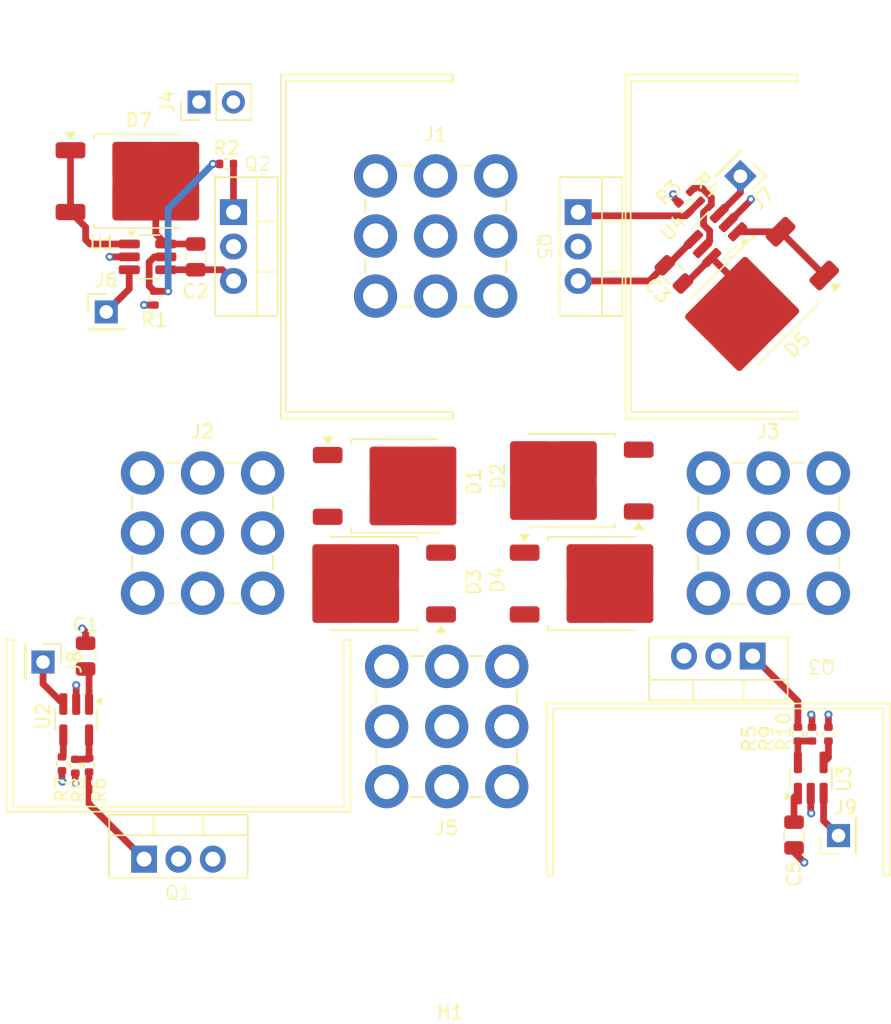
<source format=kicad_pcb>
(kicad_pcb (version 20240108) (generator "pcbnew") (generator_version "8.0")
  (layers (0 "F.Cu" signal) (31 "B.Cu" signal) (34 "B.Paste" user) (35 "F.Paste" user) (36 "B.SilkS" user "B.Silkscreen") (37 "F.SilkS" user "F.Silkscreen") (38 "B.Mask" user) (39 "F.Mask" user) (44 "Edge.Cuts" user))
  (net 0 "")
  (net 1 "/DBUS")
  (net 2 "/Motor0")
  (net 3 "/Motor1")
  (net 4 "/G1")
  (net 5 "/G2")
  (net 6 "/G3")
  (net 7 "/G4")
  (net 8 "GND")
  (net 9 "/Vdrive")
  (net 10 "Net-(D7-K)")
  (net 11 "Net-(D5-K)")
  (net 12 "/SBUS")
  (net 13 "Net-(Q1-G)")
  (net 14 "Net-(Q2-G)")
  (net 15 "Net-(Q3-G)")
  (net 16 "Net-(Q5-G)")
  (net 17 "Net-(U1-HO)")
  (net 18 "Net-(U4-HO)")
  (net 19 "Net-(U3-OUT)")
  (net 20 "Net-(U2-OUT)")
  (net 21 "Net-(U2-IN-)")
  (net 22 "Net-(U3-IN-)")
  (footprint "Library:TO-220-3-HeatSinked" (layer "F.Cu") (at 175.006 110.04)
    (property "Reference" "Q1" (at 0 2.95 0) (layer "F.SilkS") (effects (font (thickness 0.1))))
    (property "Value" "Q_NMOS_GDS")
    (pad "1" thru_hole rect (at -2.54 0.45) (size 1.905 2) (drill 1.1) (layers "*.Cu" "*.Mask") (net 13 "Net-(Q1-G)"))
    (pad "2" thru_hole oval (at 0 0.45) (size 1.905 2) (drill 1.1) (layers "*.Cu" "*.Mask") (net 2 "/Motor0"))
    (pad "3" thru_hole oval (at 2.54 0.45) (size 1.905 2) (drill 1.1) (layers "*.Cu" "*.Mask") (net 12 "/SBUS"))
  )
  (footprint "Library:TO-220-3-HeatSinked" (layer "F.Cu") (at 204.978 65.278 -90)
    (property "Reference" "Q5" (at 0 2.95 -90) (layer "F.SilkS") (effects (font (thickness 0.1))))
    (property "Value" "Q_NMOS_GDS")
    (pad "1" thru_hole rect (at -2.54 0.45 270) (size 1.905 2) (drill 1.1) (layers "*.Cu" "*.Mask") (net 16 "Net-(Q5-G)"))
    (pad "2" thru_hole oval (at 0 0.45 270) (size 1.905 2) (drill 1.1) (layers "*.Cu" "*.Mask") (net 1 "/DBUS"))
    (pad "3" thru_hole oval (at 2.54 0.45 270) (size 1.905 2) (drill 1.1) (layers "*.Cu" "*.Mask") (net 3 "/Motor1"))
  )
  (footprint "Resistor_SMD:R_0402_1005Metric" (layer "F.Cu") (at 178.560001 59.182)
    (property "Reference" "R2" (at 0 -1.17 360) (layer "F.SilkS"))
    (property "Value" "33")
    (pad "1" smd roundrect (at -0.509999 0) (size 0.54 0.64) (layers "F.Cu" "F.Paste" "F.Mask") (net 17 "Net-(U1-HO)"))
    (pad "2" smd roundrect (at 0.509999 0) (size 0.54 0.64) (layers "F.Cu" "F.Paste" "F.Mask") (net 14 "Net-(Q2-G)"))
  )
  (footprint "TerminalBlock_Wuerth:Wuerth_REDCUBE-THR_WP-THRSH_74651194_THR" (layer "F.Cu") (at 194.818 100.701001 180)
    (property "Reference" "J5" (at 0 -7.5 360) (layer "F.SilkS"))
    (property "Value" "Conn_01x01_Socket")
    (pad "1" thru_hole circle (at -4.435001 0 180) (size 3.2 3.2) (drill 1.85) (layers "*.Cu" "*.Mask") (net 12 "/SBUS"))
    (pad "1" thru_hole circle (at -4.435 -4.435 180) (size 3.2 3.2) (drill 1.85) (layers "*.Cu" "*.Mask") (net 12 "/SBUS"))
    (pad "1" thru_hole circle (at -4.435 4.435 180) (size 3.2 3.2) (drill 1.85) (layers "*.Cu" "*.Mask") (net 12 "/SBUS"))
    (pad "1" thru_hole circle (at 0 -4.435001 180) (size 3.2 3.2) (drill 1.85) (layers "*.Cu" "*.Mask") (net 12 "/SBUS"))
    (pad "1" thru_hole circle (at 0 0 180) (size 3.2 3.2) (drill 1.85) (layers "*.Cu" "*.Mask") (net 12 "/SBUS"))
    (pad "1" thru_hole circle (at 0 4.435001 180) (size 3.2 3.2) (drill 1.85) (layers "*.Cu" "*.Mask") (net 12 "/SBUS"))
    (pad "1" thru_hole circle (at 4.435 -4.435 180) (size 3.2 3.2) (drill 1.85) (layers "*.Cu" "*.Mask") (net 12 "/SBUS"))
    (pad "1" thru_hole circle (at 4.435 4.435 180) (size 3.2 3.2) (drill 1.85) (layers "*.Cu" "*.Mask") (net 12 "/SBUS"))
    (pad "1" thru_hole circle (at 4.435001 0 180) (size 3.2 3.2) (drill 1.85) (layers "*.Cu" "*.Mask") (net 12 "/SBUS"))
  )
  (footprint "Library:TO-252-2_SBR20M150D1Q" (layer "F.Cu") (at 189.36 90.151 180)
    (property "Reference" "D3" (at -7.465 0.125 90) (layer "F.SilkS"))
    (property "Value" "D_AAK")
    (pad "1" smd roundrect (at -5.04 -2.28 180) (size 2.2 1.2) (layers "F.Cu" "F.Paste" "F.Mask") (roundrect_rratio 0.208333) (net 12 "/SBUS"))
    (pad "2" smd roundrect (at -5.04 2.28 180) (size 2.2 1.2) (layers "F.Cu" "F.Paste" "F.Mask") (roundrect_rratio 0.208333) (net 12 "/SBUS"))
    (pad "3" smd roundrect (at -0.415 -1.525 180) (size 3.05 2.75) (layers "F.Cu" "F.Paste") (roundrect_rratio 0.090909) (net 2 "/Motor0"))
    (pad "3" smd roundrect (at -0.415 1.525 180) (size 3.05 2.75) (layers "F.Cu" "F.Paste") (roundrect_rratio 0.090909) (net 2 "/Motor0"))
    (pad "3" smd roundrect (at 1.26 0 180) (size 6.4 5.8) (layers "F.Cu" "F.Mask") (roundrect_rratio 0.043103) (net 2 "/Motor0"))
    (pad "3" smd roundrect (at 2.935 -1.525 180) (size 3.05 2.75) (layers "F.Cu" "F.Paste") (roundrect_rratio 0.090909) (net 2 "/Motor0"))
    (pad "3" smd roundrect (at 2.935 1.525 180) (size 3.05 2.75) (layers "F.Cu" "F.Paste") (roundrect_rratio 0.090909) (net 2 "/Motor0"))
  )
  (footprint "Resistor_SMD:R_0402_1005Metric" (layer "F.Cu") (at 173.228 69.086001 -90)
    (property "Reference" "R1" (at 1.6 0 360) (layer "F.SilkS"))
    (property "Value" "100k")
    (pad "1" smd roundrect (at -0.509999 0 270) (size 0.54 0.64) (layers "F.Cu" "F.Paste" "F.Mask") (net 17 "Net-(U1-HO)"))
    (pad "2" smd roundrect (at 0.509999 0 270) (size 0.54 0.64) (layers "F.Cu" "F.Paste" "F.Mask") (net 8 "GND"))
  )
  (footprint "TerminalBlock_Wuerth:Wuerth_REDCUBE-THR_WP-THRSH_74651194_THR" (layer "F.Cu") (at 218.577 86.431)
    (property "Reference" "J3" (at 0 -7.5 0) (layer "F.SilkS"))
    (property "Value" "Conn_01x01_Socket")
    (pad "1" thru_hole circle (at -4.435 -4.435) (size 3.2 3.2) (drill 1.85) (layers "*.Cu" "*.Mask") (net 3 "/Motor1"))
    (pad "1" thru_hole circle (at -4.435 0) (size 3.2 3.2) (drill 1.85) (layers "*.Cu" "*.Mask") (net 3 "/Motor1"))
    (pad "1" thru_hole circle (at -4.435 4.435) (size 3.2 3.2) (drill 1.85) (layers "*.Cu" "*.Mask") (net 3 "/Motor1"))
    (pad "1" thru_hole circle (at 0 -4.435) (size 3.2 3.2) (drill 1.85) (layers "*.Cu" "*.Mask") (net 3 "/Motor1"))
    (pad "1" thru_hole circle (at 0 0) (size 3.2 3.2) (drill 1.85) (layers "*.Cu" "*.Mask") (net 3 "/Motor1"))
    (pad "1" thru_hole circle (at 0 4.435) (size 3.2 3.2) (drill 1.85) (layers "*.Cu" "*.Mask") (net 3 "/Motor1"))
    (pad "1" thru_hole circle (at 4.435 -4.435) (size 3.2 3.2) (drill 1.85) (layers "*.Cu" "*.Mask") (net 3 "/Motor1"))
    (pad "1" thru_hole circle (at 4.435 0) (size 3.2 3.2) (drill 1.85) (layers "*.Cu" "*.Mask") (net 3 "/Motor1"))
    (pad "1" thru_hole circle (at 4.435 4.435) (size 3.2 3.2) (drill 1.85) (layers "*.Cu" "*.Mask") (net 3 "/Motor1"))
  )
  (footprint "Connector_PinHeader_2.54mm:PinHeader_1x01_P2.54mm_Vertical" (layer "F.Cu") (at 223.758 108.754 90)
    (property "Reference" "J9" (at 2.074 0.524 180) (layer "F.SilkS"))
    (property "Value" "Conn_01x01_Socket")
    (pad "1" thru_hole rect (at 0 0 90) (size 1.7 1.7) (drill 1) (layers "*.Cu" "*.Mask") (net 7 "/G4"))
  )
  (footprint "Connector_PinHeader_2.54mm:PinHeader_1x01_P2.54mm_Vertical" (layer "F.Cu") (at 216.511462 60.083737 -135)
    (property "Reference" "J7" (at 0 -2.33 45) (layer "F.SilkS"))
    (property "Value" "Conn_01x01_Socket")
    (pad "1" thru_hole rect (at 0 0 225) (size 1.7 1.7) (drill 1) (layers "*.Cu" "*.Mask") (net 5 "/G2"))
  )
  (footprint "Library:TO-252-2_SBR20M150D1Q" (layer "F.Cu") (at 205.615 90.151)
    (property "Reference" "D4" (at -7.04 -0.28 90) (layer "F.SilkS"))
    (property "Value" "D_AAK")
    (pad "1" smd roundrect (at -5.04 -2.28) (size 2.2 1.2) (layers "F.Cu" "F.Paste" "F.Mask") (roundrect_rratio 0.208333) (net 12 "/SBUS"))
    (pad "2" smd roundrect (at -5.04 2.28) (size 2.2 1.2) (layers "F.Cu" "F.Paste" "F.Mask") (roundrect_rratio 0.208333) (net 12 "/SBUS"))
    (pad "3" smd roundrect (at -0.415 -1.525) (size 3.05 2.75) (layers "F.Cu" "F.Paste") (roundrect_rratio 0.090909) (net 3 "/Motor1"))
    (pad "3" smd roundrect (at -0.415 1.525) (size 3.05 2.75) (layers "F.Cu" "F.Paste") (roundrect_rratio 0.090909) (net 3 "/Motor1"))
    (pad "3" smd roundrect (at 1.26 0) (size 6.4 5.8) (layers "F.Cu" "F.Mask") (roundrect_rratio 0.043103) (net 3 "/Motor1"))
    (pad "3" smd roundrect (at 2.935 -1.525) (size 3.05 2.75) (layers "F.Cu" "F.Paste") (roundrect_rratio 0.090909) (net 3 "/Motor1"))
    (pad "3" smd roundrect (at 2.935 1.525) (size 3.05 2.75) (layers "F.Cu" "F.Paste") (roundrect_rratio 0.090909) (net 3 "/Motor1"))
  )
  (footprint "Package_TO_SOT_SMD:SOT-23-6_Handsoldering" (layer "F.Cu") (at 214.672983 64.467799 -135)
    (property "Reference" "U4" (at 1.8 2.6 45) (layer "F.SilkS"))
    (property "Value" "~")
    (pad "1" smd roundrect (at -1.35 -0.95 225) (size 1.56 0.65) (layers "F.Cu" "F.Paste" "F.Mask") (net 9 "/Vdrive"))
    (pad "2" smd roundrect (at -1.35 0 225) (size 1.56 0.65) (layers "F.Cu" "F.Paste" "F.Mask") (net 8 "GND"))
    (pad "3" smd roundrect (at -1.35 0.95 225) (size 1.56 0.65) (layers "F.Cu" "F.Paste" "F.Mask") (net 5 "/G2"))
    (pad "4" smd roundrect (at 1.35 0.95 225) (size 1.56 0.65) (layers "F.Cu" "F.Paste" "F.Mask") (net 3 "/Motor1"))
    (pad "5" smd roundrect (at 1.35 0 225) (size 1.56 0.65) (layers "F.Cu" "F.Paste" "F.Mask") (net 18 "Net-(U4-HO)"))
    (pad "6" smd roundrect (at 1.35 -0.95 225) (size 1.56 0.65) (layers "F.Cu" "F.Paste" "F.Mask") (net 11 "Net-(D5-K)"))
  )
  (footprint "Library:TO-220-3-HeatSinked" (layer "F.Cu") (at 179.52 65.278 -90)
    (property "Reference" "Q2" (at -6.096 -1.328 0) (layer "F.SilkS") (effects (font (thickness 0.1))))
    (property "Value" "Q_NMOS_GDS")
    (pad "1" thru_hole rect (at -2.54 0.45 270) (size 1.905 2) (drill 1.1) (layers "*.Cu" "*.Mask") (net 14 "Net-(Q2-G)"))
    (pad "2" thru_hole oval (at 0 0.45 270) (size 1.905 2) (drill 1.1) (layers "*.Cu" "*.Mask") (net 1 "/DBUS"))
    (pad "3" thru_hole oval (at 2.54 0.45 270) (size 1.905 2) (drill 1.1) (layers "*.Cu" "*.Mask") (net 2 "/Motor0"))
  )
  (footprint "Resistor_SMD:R_0402_1005Metric" (layer "F.Cu") (at 213.190182 61.570784 -45)
    (property "Reference" "R4" (at 0 -1.17 135) (layer "F.SilkS"))
    (property "Value" "33")
    (pad "1" smd roundrect (at -0.509999 0 315) (size 0.54 0.64) (layers "F.Cu" "F.Paste" "F.Mask") (net 18 "Net-(U4-HO)"))
    (pad "2" smd roundrect (at 0.509999 0 315) (size 0.54 0.64) (layers "F.Cu" "F.Paste" "F.Mask") (net 16 "Net-(Q5-G)"))
  )
  (footprint "Resistor_SMD:R_0402_1005Metric" (layer "F.Cu") (at 223.012 101.263999 90)
    (property "Reference" "R10" (at 0.171999 -3.302 90) (layer "F.SilkS"))
    (property "Value" "100k")
    (pad "1" smd roundrect (at -0.509999 0 90) (size 0.54 0.64) (layers "F.Cu" "F.Paste" "F.Mask") (net 22 "Net-(U3-IN-)"))
    (pad "2" smd roundrect (at 0.509999 0 90) (size 0.54 0.64) (layers "F.Cu" "F.Paste" "F.Mask") (net 8 "GND"))
  )
  (footprint "Package_TO_SOT_SMD:SC-74A-5_1.55x2.9mm_P0.95mm" (layer "F.Cu") (at 167.452 100.196 -90)
    (property "Reference" "U2" (at -0.25 2.45 90) (layer "F.SilkS"))
    (property "Value" "~")
    (pad "1" smd roundrect (at -1.15 -0.95 270) (size 1.6 0.6) (layers "F.Cu" "F.Paste" "F.Mask") (net 9 "/Vdrive"))
    (pad "2" smd roundrect (at -1.15 0 270) (size 1.6 0.6) (layers "F.Cu" "F.Paste" "F.Mask") (net 8 "GND"))
    (pad "3" smd roundrect (at -1.15 0.95 270) (size 1.6 0.6) (layers "F.Cu" "F.Paste" "F.Mask") (net 6 "/G3"))
    (pad "4" smd roundrect (at 1.15 0.95 270) (size 1.6 0.6) (layers "F.Cu" "F.Paste" "F.Mask") (net 21 "Net-(U2-IN-)"))
    (pad "5" smd roundrect (at 1.15 -0.95 270) (size 1.6 0.6) (layers "F.Cu" "F.Paste" "F.Mask") (net 20 "Net-(U2-OUT)"))
  )
  (footprint "Library:TO-252-2_SBR20M150D1Q" (layer "F.Cu") (at 203.96 82.551 180)
    (property "Reference" "D2" (at 5.36 0.32 90) (layer "F.SilkS"))
    (property "Value" "D_AAK")
    (pad "1" smd roundrect (at -5.04 -2.28 180) (size 2.2 1.2) (layers "F.Cu" "F.Paste" "F.Mask") (roundrect_rratio 0.208333) (net 3 "/Motor1"))
    (pad "2" smd roundrect (at -5.04 2.28 180) (size 2.2 1.2) (layers "F.Cu" "F.Paste" "F.Mask") (roundrect_rratio 0.208333) (net 3 "/Motor1"))
    (pad "3" smd roundrect (at -0.415 -1.525 180) (size 3.05 2.75) (layers "F.Cu" "F.Paste") (roundrect_rratio 0.090909) (net 1 "/DBUS"))
    (pad "3" smd roundrect (at -0.415 1.525 180) (size 3.05 2.75) (layers "F.Cu" "F.Paste") (roundrect_rratio 0.090909) (net 1 "/DBUS"))
    (pad "3" smd roundrect (at 1.26 0 180) (size 6.4 5.8) (layers "F.Cu" "F.Mask") (roundrect_rratio 0.043103) (net 1 "/DBUS"))
    (pad "3" smd roundrect (at 2.935 -1.525 180) (size 3.05 2.75) (layers "F.Cu" "F.Paste") (roundrect_rratio 0.090909) (net 1 "/DBUS"))
    (pad "3" smd roundrect (at 2.935 1.525 180) (size 3.05 2.75) (layers "F.Cu" "F.Paste") (roundrect_rratio 0.090909) (net 1 "/DBUS"))
  )
  (footprint "Capacitor_SMD:C_0805_2012Metric" (layer "F.Cu") (at 176.276 66.04 -90)
    (property "Reference" "C2" (at 2.54 0 180) (layer "F.SilkS"))
    (property "Value" "C")
    (pad "1" smd roundrect (at -0.949999 0 270) (size 1 1.45) (layers "F.Cu" "F.Paste" "F.Mask") (net 10 "Net-(D7-K)"))
    (pad "2" smd roundrect (at 0.949999 0 270) (size 1 1.45) (layers "F.Cu" "F.Paste" "F.Mask") (net 2 "/Motor0"))
  )
  (footprint "MountingHole:MountingHole_3.2mm_M3" (layer "F.Cu") (at 195.072 117.602 180)
    (property "Reference" "H1" (at 0 -4.199999 360) (layer "F.SilkS"))
    (property "Value" "MountingHole")
    (pad "" np_thru_hole circle (at 0 0 180) (size 3.2 3.2) (drill 3.2) (layers "*.Cu" "*.Mask"))
  )
  (footprint "Resistor_SMD:R_0402_1005Metric" (layer "F.Cu") (at 167.386 103.632 -90)
    (property "Reference" "R8" (at 1.778 -0.254 90) (layer "F.SilkS"))
    (property "Value" "100k")
    (pad "1" smd roundrect (at -0.509999 0 270) (size 0.54 0.64) (layers "F.Cu" "F.Paste" "F.Mask") (net 20 "Net-(U2-OUT)"))
    (pad "2" smd roundrect (at 0.509999 0 270) (size 0.54 0.64) (layers "F.Cu" "F.Paste" "F.Mask") (net 8 "GND"))
  )
  (footprint "Connector_PinHeader_2.54mm:PinHeader_1x02_P2.54mm_Vertical" (layer "F.Cu") (at 176.525 54.61 90)
    (property "Reference" "J4" (at 0 -2.33 90) (layer "F.SilkS"))
    (property "Value" "Conn_01x02_Socket")
    (pad "1" thru_hole rect (at 0 0 90) (size 1.7 1.7) (drill 1) (layers "*.Cu" "*.Mask") (net 9 "/Vdrive"))
    (pad "2" thru_hole oval (at 0 2.54 90) (size 1.7 1.7) (drill 1) (layers "*.Cu" "*.Mask") (net 8 "GND"))
  )
  (footprint "Library:TO-252-2_SBR20M150D1Q" (layer "F.Cu") (at 217.529696 69.360979 -135)
    (property "Reference" "D5" (at 0 -4.500001 45) (layer "F.SilkS"))
    (property "Value" "D_AAK")
    (pad "1" smd roundrect (at -5.04 -2.28 225) (size 2.2 1.2) (layers "F.Cu" "F.Paste" "F.Mask") (roundrect_rratio 0.208333) (net 9 "/Vdrive"))
    (pad "2" smd roundrect (at -5.04 2.28 225) (size 2.2 1.2) (layers "F.Cu" "F.Paste" "F.Mask") (roundrect_rratio 0.208333) (net 9 "/Vdrive"))
    (pad "3" smd roundrect (at -0.415 -1.525 225) (size 3.05 2.75) (layers "F.Cu" "F.Paste") (roundrect_rratio 0.090909) (net 11 "Net-(D5-K)"))
    (pad "3" smd roundrect (at -0.415 1.525 225) (size 3.05 2.75) (layers "F.Cu" "F.Paste") (roundrect_rratio 0.090909) (net 11 "Net-(D5-K)"))
    (pad "3" smd roundrect (at 1.260001 0 225) (size 6.4 5.8) (layers "F.Cu" "F.Mask") (roundrect_rratio 0.043103) (net 11 "Net-(D5-K)"))
    (pad "3" smd roundrect (at 2.935 -1.525 225) (size 3.05 2.75) (layers "F.Cu" "F.Paste") (roundrect_rratio 0.090909) (net 11 "Net-(D5-K)"))
    (pad "3" smd roundrect (at 2.935 1.525 225) (size 3.05 2.75) (layers "F.Cu" "F.Paste") (roundrect_rratio 0.090909) (net 11 "Net-(D5-K)"))
  )
  (footprint "Package_TO_SOT_SMD:SC-74A-5_1.55x2.9mm_P0.95mm" (layer "F.Cu") (at 221.708 104.503999 90)
    (property "Reference" "U3" (at -0.05 2.45 90) (layer "F.SilkS"))
    (property "Value" "~")
    (pad "1" smd roundrect (at -1.15 -0.95 90) (size 1.6 0.6) (layers "F.Cu" "F.Paste" "F.Mask") (net 9 "/Vdrive"))
    (pad "2" smd roundrect (at -1.15 0 90) (size 1.6 0.6) (layers "F.Cu" "F.Paste" "F.Mask") (net 8 "GND"))
    (pad "3" smd roundrect (at -1.15 0.95 90) (size 1.6 0.6) (layers "F.Cu" "F.Paste" "F.Mask") (net 7 "/G4"))
    (pad "4" smd roundrect (at 1.15 0.95 90) (size 1.6 0.6) (layers "F.Cu" "F.Paste" "F.Mask") (net 22 "Net-(U3-IN-)"))
    (pad "5" smd roundrect (at 1.15 -0.95 90) (size 1.6 0.6) (layers "F.Cu" "F.Paste" "F.Mask") (net 19 "Net-(U3-OUT)"))
  )
  (footprint "Resistor_SMD:R_0402_1005Metric" (layer "F.Cu") (at 220.757999 101.263999 90)
    (property "Reference" "R5" (at -0.336001 -3.587999 90) (layer "F.SilkS"))
    (property "Value" "33")
    (pad "1" smd roundrect (at -0.509999 0 90) (size 0.54 0.64) (layers "F.Cu" "F.Paste" "F.Mask") (net 19 "Net-(U3-OUT)"))
    (pad "2" smd roundrect (at 0.509999 0 90) (size 0.54 0.64) (layers "F.Cu" "F.Paste" "F.Mask") (net 15 "Net-(Q3-G)"))
  )
  (footprint "Capacitor_SMD:C_0805_2012Metric" (layer "F.Cu") (at 220.472 108.712 -90)
    (property "Reference" "C5" (at 2.874001 0 90) (layer "F.SilkS"))
    (property "Value" "C")
    (pad "1" smd roundrect (at -0.949999 0 270) (size 1 1.45) (layers "F.Cu" "F.Paste" "F.Mask") (net 9 "/Vdrive"))
    (pad "2" smd roundrect (at 0.949999 0 270) (size 1 1.45) (layers "F.Cu" "F.Paste" "F.Mask") (net 8 "GND"))
  )
  (footprint "Capacitor_SMD:C_0805_2012Metric" (layer "F.Cu") (at 168.148 95.504 90)
    (property "Reference" "C1" (at 2.286 0 180) (layer "F.SilkS"))
    (property "Value" "C")
    (pad "1" smd roundrect (at -0.949999 0 90) (size 1 1.45) (layers "F.Cu" "F.Paste" "F.Mask") (net 9 "/Vdrive"))
    (pad "2" smd roundrect (at 0.949999 0 90) (size 1 1.45) (layers "F.Cu" "F.Paste" "F.Mask") (net 8 "GND"))
  )
  (footprint "TerminalBlock_Wuerth:Wuerth_REDCUBE-THR_WP-THRSH_74651194_THR" (layer "F.Cu") (at 176.784 86.426)
    (property "Reference" "J2" (at 0 -7.5 0) (layer "F.SilkS"))
    (property "Value" "Conn_01x01_Socket")
    (pad "1" thru_hole circle (at -4.435 -4.435) (size 3.2 3.2) (drill 1.85) (layers "*.Cu" "*.Mask") (net 2 "/Motor0"))
    (pad "1" thru_hole circle (at -4.435 0) (size 3.2 3.2) (drill 1.85) (layers "*.Cu" "*.Mask") (net 2 "/Motor0"))
    (pad "1" thru_hole circle (at -4.435 4.435) (size 3.2 3.2) (drill 1.85) (layers "*.Cu" "*.Mask") (net 2 "/Motor0"))
    (pad "1" thru_hole circle (at 0 -4.435) (size 3.2 3.2) (drill 1.85) (layers "*.Cu" "*.Mask") (net 2 "/Motor0"))
    (pad "1" thru_hole circle (at 0 0) (size 3.2 3.2) (drill 1.85) (layers "*.Cu" "*.Mask") (net 2 "/Motor0"))
    (pad "1" thru_hole circle (at 0 4.435) (size 3.2 3.2) (drill 1.85) (layers "*.Cu" "*.Mask") (net 2 "/Motor0"))
    (pad "1" thru_hole circle (at 4.435 -4.435) (size 3.2 3.2) (drill 1.85) (layers "*.Cu" "*.Mask") (net 2 "/Motor0"))
    (pad "1" thru_hole circle (at 4.435 0) (size 3.2 3.2) (drill 1.85) (layers "*.Cu" "*.Mask") (net 2 "/Motor0"))
    (pad "1" thru_hole circle (at 4.435 4.435) (size 3.2 3.2) (drill 1.85) (layers "*.Cu" "*.Mask") (net 2 "/Motor0"))
  )
  (footprint "Resistor_SMD:R_0402_1005Metric" (layer "F.Cu") (at 168.402 103.546 90)
    (property "Reference" "R6" (at -1.864 0.762 90) (layer "F.SilkS"))
    (property "Value" "33")
    (pad "1" smd roundrect (at -0.509999 0 90) (size 0.54 0.64) (layers "F.Cu" "F.Paste" "F.Mask") (net 13 "Net-(Q1-G)"))
    (pad "2" smd roundrect (at 0.509999 0 90) (size 0.54 0.64) (layers "F.Cu" "F.Paste" "F.Mask") (net 20 "Net-(U2-OUT)"))
  )
  (footprint "Connector_PinHeader_2.54mm:PinHeader_1x01_P2.54mm_Vertical" (layer "F.Cu") (at 165.002 95.945999 -90)
    (property "Reference" "J8" (at 0 -2.33 90) (layer "F.SilkS"))
    (property "Value" "Conn_01x01_Socket")
    (pad "1" thru_hole rect (at 0 0 270) (size 1.7 1.7) (drill 1) (layers "*.Cu" "*.Mask") (net 6 "/G3"))
  )
  (footprint "Resistor_SMD:R_0402_1005Metric" (layer "F.Cu") (at 221.8 101.263999 90)
    (property "Reference" "R9" (at -0.336001 -3.36 -90) (layer "F.SilkS"))
    (property "Value" "100k")
    (pad "1" smd roundrect (at -0.509999 0 90) (size 0.54 0.64) (layers "F.Cu" "F.Paste" "F.Mask") (net 19 "Net-(U3-OUT)"))
    (pad "2" smd roundrect (at 0.509999 0 90) (size 0.54 0.64) (layers "F.Cu" "F.Paste" "F.Mask") (net 8 "GND"))
  )
  (footprint "Resistor_SMD:R_0402_1005Metric" (layer "F.Cu") (at 166.402 103.456 -90)
    (property "Reference" "R7" (at 1.89 0 90) (layer "F.SilkS"))
    (property "Value" "100k")
    (pad "1" smd roundrect (at -0.509999 0 270) (size 0.54 0.64) (layers "F.Cu" "F.Paste" "F.Mask") (net 21 "Net-(U2-IN-)"))
    (pad "2" smd roundrect (at 0.509999 0 270) (size 0.54 0.64) (layers "F.Cu" "F.Paste" "F.Mask") (net 8 "GND"))
  )
  (footprint "Package_TO_SOT_SMD:SOT-23-6_Handsoldering" (layer "F.Cu") (at 172.72 66.04)
    (property "Reference" "U1" (at -3.302 -1.016 360) (layer "F.SilkS"))
    (property "Value" "~")
    (pad "1" smd roundrect (at -1.35 -0.95) (size 1.56 0.65) (layers "F.Cu" "F.Paste" "F.Mask") (net 9 "/Vdrive"))
    (pad "2" smd roundrect (at -1.35 0) (size 1.56 0.65) (layers "F.Cu" "F.Paste" "F.Mask") (net 8 "GND"))
    (pad "3" smd roundrect (at -1.35 0.95) (size 1.56 0.65) (layers "F.Cu" "F.Paste" "F.Mask") (net 4 "/G1"))
    (pad "4" smd roundrect (at 1.35 0.95) (size 1.56 0.65) (layers "F.Cu" "F.Paste" "F.Mask") (net 2 "/Motor0"))
    (pad "5" smd roundrect (at 1.35 0) (size 1.56 0.65) (layers "F.Cu" "F.Paste" "F.Mask") (net 17 "Net-(U1-HO)"))
    (pad "6" smd roundrect (at 1.35 -0.95) (size 1.56 0.65) (layers "F.Cu" "F.Paste" "F.Mask") (net 10 "Net-(D7-K)"))
  )
  (footprint "Library:TO-252-2_SBR20M150D1Q" (layer "F.Cu") (at 172.071 60.451)
    (property "Reference" "D7" (at 0 -4.500001 360) (layer "F.SilkS"))
    (property "Value" "D_AAK")
    (pad "1" smd roundrect (at -5.04 -2.28) (size 2.2 1.2) (layers "F.Cu" "F.Paste" "F.Mask") (roundrect_rratio 0.208333) (net 9 "/Vdrive"))
    (pad "2" smd roundrect (at -5.04 2.28) (size 2.2 1.2) (layers "F.Cu" "F.Paste" "F.Mask") (roundrect_rratio 0.208333) (net 9 "/Vdrive"))
    (pad "3" smd roundrect (at -0.415 -1.525) (size 3.05 2.75) (layers "F.Cu" "F.Paste") (roundrect_rratio 0.090909) (net 10 "Net-(D7-K)"))
    (pad "3" smd roundrect (at -0.415 1.525) (size 3.05 2.75) (layers "F.Cu" "F.Paste") (roundrect_rratio 0.090909) (net 10 "Net-(D7-K)"))
    (pad "3" smd roundrect (at 1.260001 0) (size 6.4 5.8) (layers "F.Cu" "F.Mask") (roundrect_rratio 0.043103) (net 10 "Net-(D7-K)"))
    (pad "3" smd roundrect (at 2.935 -1.525) (size 3.05 2.75) (layers "F.Cu" "F.Paste") (roundrect_rratio 0.090909) (net 10 "Net-(D7-K)"))
    (pad "3" smd roundrect (at 2.935 1.525) (size 3.05 2.75) (layers "F.Cu" "F.Paste") (roundrect_rratio 0.090909) (net 10 "Net-(D7-K)"))
  )
  (footprint "Capacitor_SMD:C_0805_2012Metric" (layer "F.Cu") (at 211.597069 67.331583 135)
    (property "Reference" "C3" (at 0 -1.679999 135) (layer "F.SilkS"))
    (property "Value" "C")
    (pad "1" smd roundrect (at -0.949999 0 135) (size 1 1.45) (layers "F.Cu" "F.Paste" "F.Mask") (net 11 "Net-(D5-K)"))
    (pad "2" smd roundrect (at 0.949999 0 135) (size 1 1.45) (layers "F.Cu" "F.Paste" "F.Mask") (net 3 "/Motor1"))
  )
  (footprint "Library:TO-252-2_SBR20M150D1Q" (layer "F.Cu") (at 191.065 82.946)
    (property "Reference" "D1" (at 5.76 -0.32 90) (layer "F.SilkS"))
    (property "Value" "D_AAK")
    (pad "1" smd roundrect (at -5.04 -2.28) (size 2.2 1.2) (layers "F.Cu" "F.Paste" "F.Mask") (roundrect_rratio 0.208333) (net 2 "/Motor0"))
    (pad "2" smd roundrect (at -5.04 2.28) (size 2.2 1.2) (layers "F.Cu" "F.Paste" "F.Mask") (roundrect_rratio 0.208333) (net 2 "/Motor0"))
    (pad "3" smd roundrect (at -0.415 -1.525) (size 3.05 2.75) (layers "F.Cu" "F.Paste") (roundrect_rratio 0.090909) (net 1 "/DBUS"))
    (pad "3" smd roundrect (at -0.415 1.525) (size 3.05 2.75) (layers "F.Cu" "F.Paste") (roundrect_rratio 0.090909) (net 1 "/DBUS"))
    (pad "3" smd roundrect (at 1.26 0) (size 6.4 5.8) (layers "F.Cu" "F.Mask") (roundrect_rratio 0.043103) (net 1 "/DBUS"))
    (pad "3" smd roundrect (at 2.935 -1.525) (size 3.05 2.75) (layers "F.Cu" "F.Paste") (roundrect_rratio 0.090909) (net 1 "/DBUS"))
    (pad "3" smd roundrect (at 2.935 1.525) (size 3.05 2.75) (layers "F.Cu" "F.Paste") (roundrect_rratio 0.090909) (net 1 "/DBUS"))
  )
  (footprint "TerminalBlock_Wuerth:Wuerth_REDCUBE-THR_WP-THRSH_74651194_THR" (layer "F.Cu") (at 194 64.5)
    (property "Reference" "J1" (at 0 -7.5 0) (layer "F.SilkS"))
    (property "Value" "Conn_01x01_Socket")
    (pad "1" thru_hole circle (at -4.435 -4.435) (size 3.2 3.2) (drill 1.85) (layers "*.Cu" "*.Mask") (net 1 "/DBUS"))
    (pad "1" thru_hole circle (at -4.435 0) (size 3.2 3.2) (drill 1.85) (layers "*.Cu" "*.Mask") (net 1 "/DBUS"))
    (pad "1" thru_hole circle (at -4.435 4.435) (size 3.2 3.2) (drill 1.85) (layers "*.Cu" "*.Mask") (net 1 "/DBUS"))
    (pad "1" thru_hole circle (at 0 -4.435) (size 3.2 3.2) (drill 1.85) (layers "*.Cu" "*.Mask") (net 1 "/DBUS"))
    (pad "1" thru_hole circle (at 0 0) (size 3.2 3.2) (drill 1.85) (layers "*.Cu" "*.Mask") (net 1 "/DBUS"))
    (pad "1" thru_hole circle (at 0 4.435) (size 3.2 3.2) (drill 1.85) (layers "*.Cu" "*.Mask") (net 1 "/DBUS"))
    (pad "1" thru_hole circle (at 4.435 -4.435) (size 3.2 3.2) (drill 1.85) (layers "*.Cu" "*.Mask") (net 1 "/DBUS"))
    (pad "1" thru_hole circle (at 4.435 0) (size 3.2 3.2) (drill 1.85) (layers "*.Cu" "*.Mask") (net 1 "/DBUS"))
    (pad "1" thru_hole circle (at 4.435 4.435) (size 3.2 3.2) (drill 1.85) (layers "*.Cu" "*.Mask") (net 1 "/DBUS"))
  )
  (footprint "Resistor_SMD:R_0402_1005Metric" (layer "F.Cu") (at 212.341654 62.419312 135)
    (property "Reference" "R3" (at 1.6 0 45) (layer "F.SilkS"))
    (property "Value" "100k")
    (pad "1" smd roundrect (at -0.509999 0 135) (size 0.54 0.64) (layers "F.Cu" "F.Paste" "F.Mask") (net 16 "Net-(Q5-G)"))
    (pad "2" smd roundrect (at 0.509999 0 135) (size 0.54 0.64) (layers "F.Cu" "F.Paste" "F.Mask") (net 8 "GND"))
  )
  (footprint "Connector_PinHeader_2.54mm:PinHeader_1x01_P2.54mm_Vertical" (layer "F.Cu") (at 169.672 70.104)
    (property "Reference" "J6" (at 0 -2.33 360) (layer "F.SilkS"))
    (property "Value" "Conn_01x01_Socket")
    (pad "1" thru_hole rect (at 0 0) (size 1.7 1.7) (drill 1) (layers "*.Cu" "*.Mask") (net 4 "/G1"))
  )
  (footprint "Library:TO-220-3-HeatSinked" (layer "F.Cu") (at 214.884 95.954 180)
    (property "Reference" "Q3" (at -7.62 -0.312 180) (layer "F.SilkS") (effects (font (thickness 0.1))))
    (property "Value" "Q_NMOS_GDS")
    (pad "1" thru_hole rect (at -2.54 0.45 180) (size 1.905 2) (drill 1.1) (layers "*.Cu" "*.Mask") (net 15 "Net-(Q3-G)"))
    (pad "2" thru_hole oval (at 0 0.45 180) (size 1.905 2) (drill 1.1) (layers "*.Cu" "*.Mask") (net 3 "/Motor1"))
    (pad "3" thru_hole oval (at 2.54 0.45 180) (size 1.905 2) (drill 1.1) (layers "*.Cu" "*.Mask") (net 12 "/SBUS"))
  )
  (segment (start 174.07 66.99) (end 176.275999 66.99) (width 0.5) (layer "F.Cu") (net 2))
  (segment (start 176.275999 66.99) (end 176.276 66.989999) (width 0.5) (layer "F.Cu") (net 2))
  (segment (start 178.241999 66.989999) (end 179.07 67.818) (width 0.5) (layer "F.Cu") (net 2))
  (segment (start 176.276 66.989999) (end 178.241999 66.989999) (width 0.5) (layer "F.Cu") (net 2))
  (segment (start 209.76715 67.818) (end 210.925318 66.659832) (width 0.5) (layer "F.Cu") (net 3))
  (segment (start 213.046639 64.750641) (end 211.13745 66.65983) (width 0.5) (layer "F.Cu") (net 3))
  (segment (start 204.528 67.818) (end 209.76715 67.818) (width 0.5) (layer "F.Cu") (net 3))
  (segment (start 211.13745 66.65983) (end 210.925317 66.65983) (width 0.5) (layer "F.Cu") (net 3))
  (segment (start 171.37 66.99) (end 171.37 68.406) (width 0.5) (layer "F.Cu") (net 4))
  (segment (start 171.37 68.406) (end 169.672 70.104) (width 0.5) (layer "F.Cu") (net 4))
  (segment (start 216.511462 61.28582) (end 216.511462 60.083737) (width 0.5) (layer "F.Cu") (net 5))
  (segment (start 216.511462 60.083737) (end 216.033458 60.561742) (width 0.2) (layer "F.Cu") (net 5))
  (segment (start 214.955828 62.841455) (end 216.511462 61.28582) (width 0.5) (layer "F.Cu") (net 5))
  (segment (start 165.002 97.545999) (end 165.002 95.945999) (width 0.5) (layer "F.Cu") (net 6))
  (segment (start 166.502001 99.046) (end 165.002 97.545999) (width 0.5) (layer "F.Cu") (net 6))
  (segment (start 222.658 107.653999) (end 223.758 108.754) (width 0.5) (layer "F.Cu") (net 7))
  (segment (start 222.658 105.653999) (end 222.658 107.653999) (width 0.5) (layer "F.Cu") (net 7))
  (segment (start 221.708 107.073999) (end 221.741999 107.107999) (width 0.5) (layer "F.Cu") (net 8))
  (segment (start 220.472 109.982) (end 221.234 110.744) (width 0.5) (layer "F.Cu") (net 8))
  (segment (start 217.290693 61.850089) (end 217.290695 61.777967) (width 0.5) (layer "F.Cu") (net 8))
  (segment (start 211.981029 62.058687) (end 211.54333 61.620988) (width 0.5) (layer "F.Cu") (net 8))
  (segment (start 221.8 100.754) (end 221.8 99.88) (width 0.5) (layer "F.Cu") (net 8))
  (segment (start 223.012 100.754) (end 223.012 99.822) (width 0.5) (layer "F.Cu") (net 8))
  (segment (start 221.708 105.654) (end 221.708 107.073999) (width 0.5) (layer "F.Cu") (net 8))
  (segment (start 211.54333 61.620988) (end 211.543329 61.418755) (width 0.5) (layer "F.Cu") (net 8))
  (segment (start 173.228 69.596) (end 172.466 69.596) (width 0.5) (layer "F.Cu") (net 8))
  (segment (start 167.452 99.046) (end 167.452001 97.655999) (width 0.5) (layer "F.Cu") (net 8))
  (segment (start 215.627579 63.513206) (end 217.290693 61.850089) (width 0.5) (layer "F.Cu") (net 8))
  (segment (start 166.402 104.733999) (end 166.436001 104.768) (width 0.5) (layer "F.Cu") (net 8))
  (segment (start 168.148 93.726) (end 167.894 93.472) (width 0.5) (layer "F.Cu") (net 8))
  (segment (start 167.386 104.141999) (end 167.386 104.902) (width 0.5) (layer "F.Cu") (net 8))
  (segment (start 220.472 109.661999) (end 220.472 109.982) (width 0.5) (layer "F.Cu") (net 8))
  (segment (start 171.37 66.04) (end 169.926 66.04) (width 0.5) (layer "F.Cu") (net 8))
  (segment (start 168.148 94.554001) (end 168.148 93.726) (width 0.5) (layer "F.Cu") (net 8))
  (segment (start 166.402 103.965999) (end 166.402 104.733999) (width 0.5) (layer "F.Cu") (net 8))
  (segment (start 221.8 99.88) (end 221.742 99.822) (width 0.5) (layer "F.Cu") (net 8))
  (via (at 221.742 99.822) (size 0.6) (drill 0.3) (layers "F.Cu" "B.Cu") (net 8))
  (via (at 223.012 99.822) (size 0.6) (drill 0.3) (layers "F.Cu" "B.Cu") (net 8))
  (via (at 211.543329 61.418755) (size 0.6) (drill 0.3) (layers "F.Cu" "B.Cu") (net 8))
  (via (at 221.234 110.744) (size 0.6) (drill 0.3) (layers "F.Cu" "B.Cu") (net 8))
  (via (at 172.466 69.596) (size 0.6) (drill 0.3) (layers "F.Cu" "B.Cu") (net 8))
  (via (at 169.926 66.04) (size 0.6) (drill 0.3) (layers "F.Cu" "B.Cu") (net 8))
  (via (at 167.452001 97.655999) (size 0.6) (drill 0.3) (layers "F.Cu" "B.Cu") (net 8))
  (via (at 167.894 93.472) (size 0.6) (drill 0.3) (layers "F.Cu" "B.Cu") (net 8))
  (via (at 167.386 104.902) (size 0.6) (drill 0.3) (layers "F.Cu" "B.Cu") (net 8))
  (via (at 221.741999 107.107999) (size 0.6) (drill 0.3) (layers "F.Cu" "B.Cu") (net 8))
  (via (at 166.436001 104.768) (size 0.6) (drill 0.3) (layers "F.Cu" "B.Cu") (net 8))
  (via (at 217.290695 61.777967) (size 0.6) (drill 0.3) (layers "F.Cu" "B.Cu") (net 8))
  (segment (start 168.148 63.848) (end 168.148 64.77) (width 0.5) (layer "F.Cu") (net 9))
  (segment (start 220.472 107.762001) (end 220.472 105.939999) (width 0.5) (layer "F.Cu") (net 9))
  (segment (start 167.031 62.731) (end 168.148 63.848) (width 0.5) (layer "F.Cu") (net 9))
  (segment (start 219.481311 64.184956) (end 222.705719 67.409364) (width 0.5) (layer "F.Cu") (net 9))
  (segment (start 168.468 65.09) (end 171.37 65.09) (width 0.5) (layer "F.Cu") (net 9))
  (segment (start 168.402 96.707999) (end 168.402 99.046) (width 0.5) (layer "F.Cu") (net 9))
  (segment (start 220.472 105.939999) (end 220.758 105.653999) (width 0.5) (layer "F.Cu") (net 9))
  (segment (start 216.29933 64.184956) (end 219.481311 64.184956) (width 0.5) (layer "F.Cu") (net 9))
  (segment (start 167.031 58.171) (end 167.031 62.731) (width 0.5) (layer "F.Cu") (net 9))
  (segment (start 168.148 96.453999) (end 168.402 96.707999) (width 0.5) (layer "F.Cu") (net 9))
  (segment (start 168.148 64.77) (end 168.468 65.09) (width 0.5) (layer "F.Cu") (net 9))
  (segment (start 174.07 65.09) (end 176.275999 65.09) (width 0.5) (layer "F.Cu") (net 10))
  (segment (start 173.331001 60.451) (end 173.331001 64.351001) (width 0.5) (layer "F.Cu") (net 10))
  (segment (start 176.275999 65.09) (end 176.276 65.090001) (width 0.5) (layer "F.Cu") (net 10))
  (segment (start 173.331001 64.351001) (end 174.07 65.09) (width 0.5) (layer "F.Cu") (net 10))
  (segment (start 216.285188 67.989192) (end 216.744808 67.989193) (width 0.5) (layer "F.Cu") (net 11))
  (segment (start 214.390141 66.094144) (end 216.285188 67.989192) (width 0.5) (layer "F.Cu") (net 11))
  (segment (start 212.480952 68.003333) (end 212.26882 68.003333) (width 0.5) (layer "F.Cu") (net 11))
  (segment (start 214.390141 66.094144) (end 212.480952 68.003333) (width 0.5) (layer "F.Cu") (net 11))
  (segment (start 168.402 104.055999) (end 168.402 106.426) (width 0.5) (layer "F.Cu") (net 13))
  (segment (start 168.402 106.426) (end 172.466 110.49) (width 0.5) (layer "F.Cu") (net 13))
  (segment (start 179.07 59.182) (end 179.07 62.738) (width 0.5) (layer "F.Cu") (net 14))
  (segment (start 220.757999 100.754) (end 220.757999 98.837999) (width 0.5) (layer "F.Cu") (net 15))
  (segment (start 220.757999 98.837999) (end 217.424 95.504) (width 0.5) (layer "F.Cu") (net 15))
  (segment (start 213.550806 61.931408) (end 212.702278 62.779936) (width 0.5) (layer "F.Cu") (net 16))
  (segment (start 204.528 62.738) (end 204.79621 63.00621) (width 0.5) (layer "F.Cu") (net 16))
  (segment (start 212.476004 63.00621) (end 212.702278 62.779936) (width 0.5) (layer "F.Cu") (net 16))
  (segment (start 204.79621 63.00621) (end 212.476004 63.00621) (width 0.5) (layer "F.Cu") (net 16))
  (segment (start 173.228 66.04) (end 172.84 66.428) (width 0.5) (layer "F.Cu") (net 17))
  (segment (start 174.07 66.04) (end 173.228 66.04) (width 0.5) (layer "F.Cu") (net 17))
  (segment (start 172.84 68.188002) (end 173.228 68.576002) (width 0.5) (layer "F.Cu") (net 17))
  (segment (start 172.84 66.428) (end 172.84 68.188002) (width 0.5) (layer "F.Cu") (net 17))
  (segment (start 173.231998 68.58) (end 173.228 68.576002) (width 0.5) (layer "F.Cu") (net 17))
  (segment (start 174.244 68.58) (end 173.231998 68.58) (width 0.5) (layer "F.Cu") (net 17))
  (segment (start 178.050002 59.182) (end 177.546 59.182) (width 0.5) (layer "F.Cu") (net 17))
  (via (at 177.546 59.182) (size 0.6) (drill 0.3) (layers "F.Cu" "B.Cu") (net 17))
  (via (at 174.244 68.58) (size 0.6) (drill 0.3) (layers "F.Cu" "B.Cu") (net 17))
  (segment (start 174.244 62.484) (end 174.244 68.58) (width 0.5) (layer "B.Cu") (net 17))
  (segment (start 177.546 59.182) (end 174.244 62.484) (width 0.5) (layer "B.Cu") (net 17))
  (segment (start 213.692227 60.983886) (end 214.364724 61.656382) (width 0.5) (layer "F.Cu") (net 18))
  (segment (start 212.829557 61.210158) (end 213.055831 60.983886) (width 0.5) (layer "F.Cu") (net 18))
  (segment (start 214.364724 61.656382) (end 214.364726 62.189461) (width 0.5) (layer "F.Cu") (net 18))
  (segment (start 213.7886 63.664024) (end 214.237407 64.112831) (width 0.5) (layer "F.Cu") (net 18))
  (segment (start 214.237407 64.112831) (end 214.237408 64.903379) (width 0.5) (layer "F.Cu") (net 18))
  (segment (start 214.364726 62.189461) (end 213.788601 62.765588) (width 0.5) (layer "F.Cu") (net 18))
  (segment (start 213.055831 60.983886) (end 213.692227 60.983886) (width 0.5) (layer "F.Cu") (net 18))
  (segment (start 213.788601 62.765588) (end 213.7886 63.664024) (width 0.5) (layer "F.Cu") (net 18))
  (segment (start 214.237408 64.903379) (end 213.71839 65.422394) (width 0.5) (layer "F.Cu") (net 18))
  (segment (start 221.8 101.773998) (end 220.757999 101.773998) (width 0.5) (layer "F.Cu") (net 19))
  (segment (start 220.757999 103.353999) (end 220.758 101.773999) (width 0.5) (layer "F.Cu") (net 19))
  (segment (start 167.386 103.122001) (end 168.316 103.122001) (width 0.5) (layer "F.Cu") (net 20))
  (segment (start 168.316 103.122001) (end 168.402 103.036001) (width 0.5) (layer "F.Cu") (net 20))
  (segment (start 168.402 101.345998) (end 168.402001 103.035999) (width 0.5) (layer "F.Cu") (net 20))
  (segment (start 166.502001 101.345997) (end 166.502001 102.845998) (width 0.5) (layer "F.Cu") (net 21))
  (segment (start 166.502001 102.845998) (end 166.402 102.945999) (width 0.5) (layer "F.Cu") (net 21))
  (segment (start 223.012 102.999999) (end 222.658 103.353999) (width 0.5) (layer "F.Cu") (net 22))
  (segment (start 223.012 101.773998) (end 223.012 102.999999) (width 0.5) (layer "F.Cu") (net 22))
)
</source>
